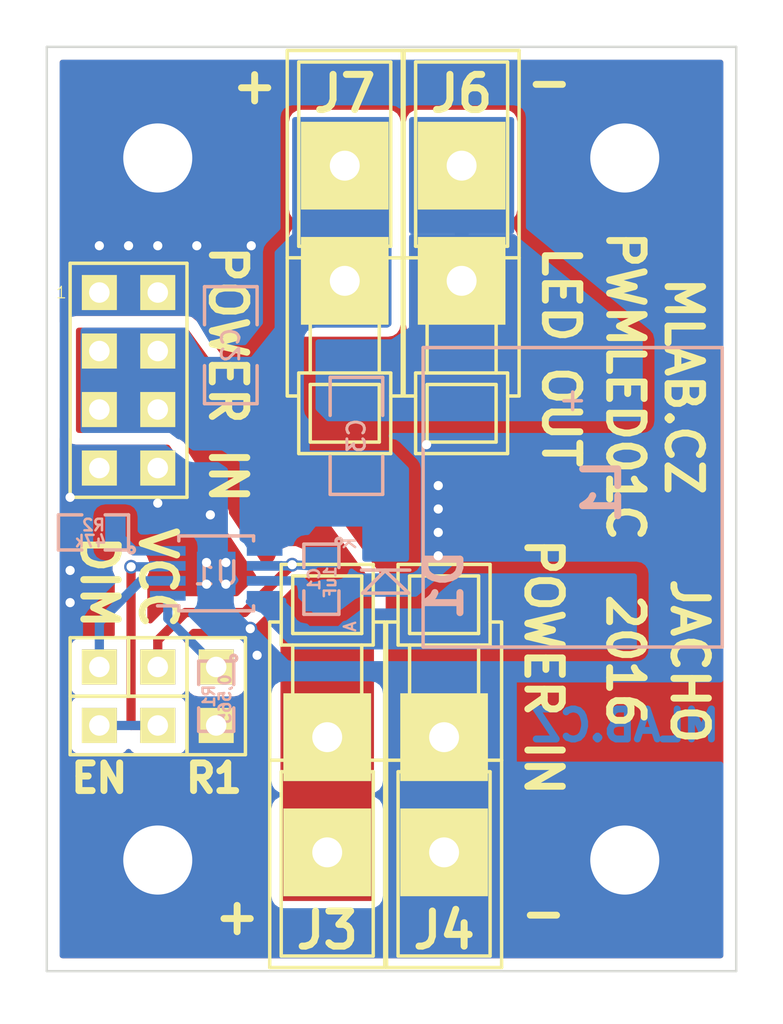
<source format=kicad_pcb>
(kicad_pcb (version 4) (host pcbnew 4.0.1-3.201512221401+6198~38~ubuntu15.10.1-stable)

  (general
    (links 43)
    (no_connects 0)
    (area 124.665999 66.753999 154.734001 106.982001)
    (thickness 1.6)
    (drawings 20)
    (tracks 98)
    (zones 0)
    (modules 21)
    (nets 10)
  )

  (page A4)
  (layers
    (0 F.Cu signal)
    (31 B.Cu signal)
    (32 B.Adhes user)
    (33 F.Adhes user)
    (34 B.Paste user)
    (35 F.Paste user)
    (36 B.SilkS user)
    (37 F.SilkS user)
    (38 B.Mask user)
    (39 F.Mask user)
    (40 Dwgs.User user)
    (41 Cmts.User user)
    (42 Eco1.User user)
    (43 Eco2.User user)
    (44 Edge.Cuts user)
    (45 Margin user)
    (46 B.CrtYd user)
    (47 F.CrtYd user)
    (48 B.Fab user)
    (49 F.Fab user)
  )

  (setup
    (last_trace_width 0.4)
    (user_trace_width 0.2)
    (user_trace_width 0.3)
    (user_trace_width 0.4)
    (user_trace_width 0.5)
    (user_trace_width 0.6)
    (trace_clearance 0.2)
    (zone_clearance 0.508)
    (zone_45_only yes)
    (trace_min 0.2)
    (segment_width 0.2)
    (edge_width 0.1)
    (via_size 0.6)
    (via_drill 0.4)
    (via_min_size 0.4)
    (via_min_drill 0.3)
    (uvia_size 0.3)
    (uvia_drill 0.1)
    (uvias_allowed no)
    (uvia_min_size 0.2)
    (uvia_min_drill 0.1)
    (pcb_text_width 0.3)
    (pcb_text_size 1.5 1.5)
    (mod_edge_width 0.15)
    (mod_text_size 1 1)
    (mod_text_width 0.15)
    (pad_size 1.5 1.5)
    (pad_drill 0.6)
    (pad_to_mask_clearance 0)
    (aux_axis_origin 0 0)
    (visible_elements 7FFFFF7F)
    (pcbplotparams
      (layerselection 0x010e0_80000001)
      (usegerberextensions false)
      (excludeedgelayer true)
      (linewidth 0.300000)
      (plotframeref false)
      (viasonmask false)
      (mode 1)
      (useauxorigin false)
      (hpglpennumber 1)
      (hpglpenspeed 20)
      (hpglpendiameter 15)
      (hpglpenoverlay 2)
      (psnegative false)
      (psa4output false)
      (plotreference true)
      (plotvalue true)
      (plotinvisibletext false)
      (padsonsilk false)
      (subtractmaskfromsilk false)
      (outputformat 1)
      (mirror false)
      (drillshape 0)
      (scaleselection 1)
      (outputdirectory ../CAM_PROFI/))
  )

  (net 0 "")
  (net 1 GND)
  (net 2 /+LED)
  (net 3 /-LED)
  (net 4 /DIM)
  (net 5 /EN)
  (net 6 "Net-(R2-Pad1)")
  (net 7 "Net-(D1-Pad1)")
  (net 8 /Vcc)
  (net 9 "Net-(J1-Pad2)")

  (net_class Default "Toto je výchozí třída sítě."
    (clearance 0.2)
    (trace_width 0.25)
    (via_dia 0.6)
    (via_drill 0.4)
    (uvia_dia 0.3)
    (uvia_drill 0.1)
    (add_net /+LED)
    (add_net /-LED)
    (add_net /DIM)
    (add_net /EN)
    (add_net /Vcc)
    (add_net GND)
    (add_net "Net-(D1-Pad1)")
    (add_net "Net-(J1-Pad2)")
    (add_net "Net-(R2-Pad1)")
  )

  (module Mlab_Pin_Headers:Straight_1x02 (layer F.Cu) (tedit 5535DB0D) (tstamp 564C390C)
    (at 128.27 96.266 90)
    (descr "pin header straight 1x02")
    (tags "pin header straight 1x02")
    (path /564C66D6)
    (fp_text reference J2 (at 0 -3.81 90) (layer F.SilkS) hide
      (effects (font (size 1.5 1.5) (thickness 0.15)))
    )
    (fp_text value JUMP_2x1 (at 0 3.81 90) (layer F.SilkS) hide
      (effects (font (size 1.5 1.5) (thickness 0.15)))
    )
    (fp_text user 1 (at -1.651 -1.27 90) (layer F.SilkS) hide
      (effects (font (size 0.5 0.5) (thickness 0.05)))
    )
    (fp_line (start -1.27 -2.54) (end 1.27 -2.54) (layer F.SilkS) (width 0.15))
    (fp_line (start 1.27 -2.54) (end 1.27 2.54) (layer F.SilkS) (width 0.15))
    (fp_line (start 1.27 2.54) (end -1.27 2.54) (layer F.SilkS) (width 0.15))
    (fp_line (start -1.27 2.54) (end -1.27 -2.54) (layer F.SilkS) (width 0.15))
    (pad 2 thru_hole rect (at 0 1.27 90) (size 1.524 1.524) (drill 0.889) (layers *.Cu *.Mask F.SilkS)
      (net 5 /EN))
    (pad 1 thru_hole rect (at 0 -1.27 90) (size 1.524 1.524) (drill 0.889) (layers *.Cu *.Mask F.SilkS)
      (net 5 /EN))
    (model Pin_Headers/Pin_Header_Straight_1x02.wrl
      (at (xyz 0 0 0))
      (scale (xyz 1 1 1))
      (rotate (xyz 0 0 90))
    )
  )

  (module Mlab_Pin_Headers:Straight_1x02 (layer F.Cu) (tedit 564C5FE2) (tstamp 564C3906)
    (at 132.08 94.996 180)
    (descr "pin header straight 1x02")
    (tags "pin header straight 1x02")
    (path /56891485)
    (fp_text reference J1 (at 0 -3.81 180) (layer F.SilkS) hide
      (effects (font (size 1.5 1.5) (thickness 0.15)))
    )
    (fp_text value CONN1_2 (at 0 3.81 180) (layer F.SilkS) hide
      (effects (font (size 1.5 1.5) (thickness 0.15)))
    )
    (fp_text user 1 (at -1.651 -1.27 180) (layer F.SilkS) hide
      (effects (font (size 0.5 0.5) (thickness 0.05)))
    )
    (fp_line (start -1.27 -2.54) (end 1.27 -2.54) (layer F.SilkS) (width 0.15))
    (fp_line (start 1.27 -2.54) (end 1.27 2.54) (layer F.SilkS) (width 0.15))
    (fp_line (start 1.27 2.54) (end -1.27 2.54) (layer F.SilkS) (width 0.15))
    (fp_line (start -1.27 2.54) (end -1.27 -2.54) (layer F.SilkS) (width 0.15))
    (pad 2 thru_hole rect (at 0 1.27 180) (size 1.524 1.524) (drill 0.889) (layers *.Cu *.Mask F.SilkS)
      (net 9 "Net-(J1-Pad2)"))
    (pad 1 thru_hole rect (at 0 -1.27 180) (size 1.524 1.524) (drill 0.889) (layers *.Cu *.Mask F.SilkS)
      (net 1 GND))
    (model Pin_Headers/Pin_Header_Straight_1x02.wrl
      (at (xyz 0 0 0))
      (scale (xyz 1 1 1))
      (rotate (xyz 0 0 90))
    )
  )

  (module Mlab_R:SMD-0805 (layer B.Cu) (tedit 54799E0C) (tstamp 564C38EE)
    (at 136.652 89.916 270)
    (path /564C23E1)
    (attr smd)
    (fp_text reference C1 (at 0 0.3175 270) (layer B.SilkS)
      (effects (font (size 0.50038 0.50038) (thickness 0.10922)) (justify mirror))
    )
    (fp_text value 1uF (at 0.127 -0.381 270) (layer B.SilkS)
      (effects (font (size 0.50038 0.50038) (thickness 0.10922)) (justify mirror))
    )
    (fp_circle (center -1.651 -0.762) (end -1.651 -0.635) (layer B.SilkS) (width 0.15))
    (fp_line (start -0.508 -0.762) (end -1.524 -0.762) (layer B.SilkS) (width 0.15))
    (fp_line (start -1.524 -0.762) (end -1.524 0.762) (layer B.SilkS) (width 0.15))
    (fp_line (start -1.524 0.762) (end -0.508 0.762) (layer B.SilkS) (width 0.15))
    (fp_line (start 0.508 0.762) (end 1.524 0.762) (layer B.SilkS) (width 0.15))
    (fp_line (start 1.524 0.762) (end 1.524 -0.762) (layer B.SilkS) (width 0.15))
    (fp_line (start 1.524 -0.762) (end 0.508 -0.762) (layer B.SilkS) (width 0.15))
    (pad 1 smd rect (at -0.9525 0 270) (size 0.889 1.397) (layers B.Cu B.Paste B.Mask)
      (net 8 /Vcc))
    (pad 2 smd rect (at 0.9525 0 270) (size 0.889 1.397) (layers B.Cu B.Paste B.Mask)
      (net 1 GND))
    (model MLAB_3D/Resistors/chip_cms.wrl
      (at (xyz 0 0 0))
      (scale (xyz 0.1 0.1 0.1))
      (rotate (xyz 0 0 0))
    )
  )

  (module Mlab_D:Diode-MiniMELF_Standard (layer B.Cu) (tedit 547999ED) (tstamp 564C3900)
    (at 139.446 90.17 90)
    (descr "Diode Mini-MELF Standard")
    (tags "Diode Mini-MELF Standard")
    (path /565F4596)
    (attr smd)
    (fp_text reference D1 (at 0 2.54 90) (layer B.SilkS)
      (effects (font (thickness 0.3048)) (justify mirror))
    )
    (fp_text value TMMBAT48 (at 0 -3.81 90) (layer B.SilkS) hide
      (effects (font (thickness 0.3048)) (justify mirror))
    )
    (fp_line (start 0.65024 -0.0508) (end -0.35052 1.00076) (layer B.SilkS) (width 0.15))
    (fp_line (start -0.35052 1.00076) (end -0.35052 -1.00076) (layer B.SilkS) (width 0.15))
    (fp_line (start -0.35052 -1.00076) (end 0.65024 0) (layer B.SilkS) (width 0.15))
    (fp_line (start 0.65024 1.04902) (end 0.65024 -1.04902) (layer B.SilkS) (width 0.15))
    (fp_text user A (at -1.80086 -1.5494 90) (layer B.SilkS)
      (effects (font (size 0.50038 0.50038) (thickness 0.09906)) (justify mirror))
    )
    (fp_text user K (at 1.80086 -1.5494 90) (layer B.SilkS)
      (effects (font (size 0.50038 0.50038) (thickness 0.09906)) (justify mirror))
    )
    (fp_circle (center 0 0) (end 0 -0.55118) (layer B.Adhes) (width 0.381))
    (fp_circle (center 0 0) (end 0 -0.20066) (layer B.Adhes) (width 0.381))
    (pad 1 smd rect (at -1.75006 0 90) (size 1.30048 1.69926) (layers B.Cu B.Paste B.Mask)
      (net 7 "Net-(D1-Pad1)"))
    (pad 2 smd rect (at 1.75006 0 90) (size 1.30048 1.69926) (layers B.Cu B.Paste B.Mask)
      (net 2 /+LED))
    (model MLAB_3D/Diodes/MiniMELF_DO213AA.wrl
      (at (xyz 0 0 0))
      (scale (xyz 0.3937 0.3937 0.3937))
      (rotate (xyz 0 0 0))
    )
  )

  (module Mlab_Con:WAGO256 (layer F.Cu) (tedit 564C6033) (tstamp 564C3912)
    (at 136.906 99.314 90)
    (descr "WAGO-Series 236, 2Stift, 1pol, RM 5mm,")
    (tags "WAGO-Series 236, 2Stift, 1pol, RM 5mm, Anreibare Leiterplattenklemme")
    (path /564C46DC)
    (fp_text reference J3 (at -5.842 0 360) (layer F.SilkS)
      (effects (font (thickness 0.3048)))
    )
    (fp_text value WAGO256 (at 0.254 4.064 90) (layer F.SilkS) hide
      (effects (font (thickness 0.3048)))
    )
    (fp_line (start 7.54 2.5) (end 7.54 2) (layer F.SilkS) (width 0.15))
    (fp_line (start 7.54 -2) (end 7.54 -2.5) (layer F.SilkS) (width 0.15))
    (fp_line (start 1.54 2.5001) (end 1.54 -2.5001) (layer F.SilkS) (width 0.15))
    (fp_line (start -7.46 2.5001) (end -7.46 -2.5001) (layer F.SilkS) (width 0.15))
    (fp_line (start 9.54 1.501) (end 9.54 -1.501) (layer F.SilkS) (width 0.15))
    (fp_line (start 7.0401 1.501) (end 7.0401 -1.501) (layer F.SilkS) (width 0.15))
    (fp_line (start 10.0401 -2) (end 10.0401 2) (layer F.SilkS) (width 0.15))
    (fp_line (start 6.54 -2) (end 6.54 2) (layer F.SilkS) (width 0.15))
    (fp_line (start 3.54 1.5001) (end 3.54 -1.5001) (layer F.SilkS) (width 0.15))
    (fp_line (start 1.0399 -2) (end 1.0399 2) (layer F.SilkS) (width 0.15))
    (fp_line (start -6.9601 2) (end -6.9601 -2) (layer F.SilkS) (width 0.15))
    (fp_line (start 1.0399 1) (end 1.54 1) (layer F.SilkS) (width 0.15))
    (fp_line (start 7.0401 1.5) (end 9.54 1.5) (layer F.SilkS) (width 0.15))
    (fp_line (start 6.54 2) (end 10.0401 2) (layer F.SilkS) (width 0.15))
    (fp_line (start 1.0399 -1) (end 1.54 -1) (layer F.SilkS) (width 0.15))
    (fp_line (start 7.0401 -1.5) (end 9.54 -1.5) (layer F.SilkS) (width 0.15))
    (fp_line (start 6.54 -2) (end 10.041 -2) (layer F.SilkS) (width 0.15))
    (fp_line (start 3.54 1.5) (end 6.54 1.5) (layer F.SilkS) (width 0.15))
    (fp_line (start -6.9601 2) (end 1.0399 2) (layer F.SilkS) (width 0.15))
    (fp_line (start 1.54 2.5) (end 7.54 2.5) (layer F.SilkS) (width 0.15))
    (fp_line (start 3.54 -1.5) (end 6.54 -1.5) (layer F.SilkS) (width 0.15))
    (fp_line (start -6.9601 -2) (end 1.0399 -2) (layer F.SilkS) (width 0.15))
    (fp_line (start 1.54 -2.5) (end 7.54 -2.5) (layer F.SilkS) (width 0.15))
    (fp_line (start 1.54 2.5) (end -7.46 2.5) (layer F.SilkS) (width 0.15))
    (fp_line (start -7.46 -2.5) (end 1.54 -2.5) (layer F.SilkS) (width 0.15))
    (pad 1 thru_hole rect (at -2.46 0 180) (size 3.81 3.81) (drill 1.3) (layers *.Cu *.Mask F.SilkS)
      (net 2 /+LED))
    (pad 1 thru_hole rect (at 2.54 0 180) (size 3.81 3.81) (drill 1.3) (layers *.Cu *.Mask F.SilkS)
      (net 2 /+LED))
  )

  (module Mlab_Con:WAGO256 (layer F.Cu) (tedit 564C6037) (tstamp 564C3918)
    (at 141.986 99.314 90)
    (descr "WAGO-Series 236, 2Stift, 1pol, RM 5mm,")
    (tags "WAGO-Series 236, 2Stift, 1pol, RM 5mm, Anreibare Leiterplattenklemme")
    (path /564C45D7)
    (fp_text reference J4 (at -5.842 0 180) (layer F.SilkS)
      (effects (font (thickness 0.3048)))
    )
    (fp_text value WAGO256 (at 0.254 4.064 90) (layer F.SilkS) hide
      (effects (font (thickness 0.3048)))
    )
    (fp_line (start 7.54 2.5) (end 7.54 2) (layer F.SilkS) (width 0.15))
    (fp_line (start 7.54 -2) (end 7.54 -2.5) (layer F.SilkS) (width 0.15))
    (fp_line (start 1.54 2.5001) (end 1.54 -2.5001) (layer F.SilkS) (width 0.15))
    (fp_line (start -7.46 2.5001) (end -7.46 -2.5001) (layer F.SilkS) (width 0.15))
    (fp_line (start 9.54 1.501) (end 9.54 -1.501) (layer F.SilkS) (width 0.15))
    (fp_line (start 7.0401 1.501) (end 7.0401 -1.501) (layer F.SilkS) (width 0.15))
    (fp_line (start 10.0401 -2) (end 10.0401 2) (layer F.SilkS) (width 0.15))
    (fp_line (start 6.54 -2) (end 6.54 2) (layer F.SilkS) (width 0.15))
    (fp_line (start 3.54 1.5001) (end 3.54 -1.5001) (layer F.SilkS) (width 0.15))
    (fp_line (start 1.0399 -2) (end 1.0399 2) (layer F.SilkS) (width 0.15))
    (fp_line (start -6.9601 2) (end -6.9601 -2) (layer F.SilkS) (width 0.15))
    (fp_line (start 1.0399 1) (end 1.54 1) (layer F.SilkS) (width 0.15))
    (fp_line (start 7.0401 1.5) (end 9.54 1.5) (layer F.SilkS) (width 0.15))
    (fp_line (start 6.54 2) (end 10.0401 2) (layer F.SilkS) (width 0.15))
    (fp_line (start 1.0399 -1) (end 1.54 -1) (layer F.SilkS) (width 0.15))
    (fp_line (start 7.0401 -1.5) (end 9.54 -1.5) (layer F.SilkS) (width 0.15))
    (fp_line (start 6.54 -2) (end 10.041 -2) (layer F.SilkS) (width 0.15))
    (fp_line (start 3.54 1.5) (end 6.54 1.5) (layer F.SilkS) (width 0.15))
    (fp_line (start -6.9601 2) (end 1.0399 2) (layer F.SilkS) (width 0.15))
    (fp_line (start 1.54 2.5) (end 7.54 2.5) (layer F.SilkS) (width 0.15))
    (fp_line (start 3.54 -1.5) (end 6.54 -1.5) (layer F.SilkS) (width 0.15))
    (fp_line (start -6.9601 -2) (end 1.0399 -2) (layer F.SilkS) (width 0.15))
    (fp_line (start 1.54 -2.5) (end 7.54 -2.5) (layer F.SilkS) (width 0.15))
    (fp_line (start 1.54 2.5) (end -7.46 2.5) (layer F.SilkS) (width 0.15))
    (fp_line (start -7.46 -2.5) (end 1.54 -2.5) (layer F.SilkS) (width 0.15))
    (pad 1 thru_hole rect (at -2.46 0 180) (size 3.81 3.81) (drill 1.3) (layers *.Cu *.Mask F.SilkS)
      (net 1 GND))
    (pad 1 thru_hole rect (at 2.54 0 180) (size 3.81 3.81) (drill 1.3) (layers *.Cu *.Mask F.SilkS)
      (net 1 GND))
  )

  (module Mlab_Pin_Headers:Straight_2x04 (layer F.Cu) (tedit 5535DB57) (tstamp 564C3924)
    (at 128.27 81.28)
    (descr "pin header straight 2x04")
    (tags "pin header straight 2x04")
    (path /564C472F)
    (fp_text reference J5 (at 0 -6.35) (layer F.SilkS) hide
      (effects (font (size 1.5 1.5) (thickness 0.15)))
    )
    (fp_text value JUMP_4X2 (at 0 6.35) (layer F.SilkS) hide
      (effects (font (size 1.5 1.5) (thickness 0.15)))
    )
    (fp_text user 1 (at -2.921 -3.81) (layer F.SilkS)
      (effects (font (size 0.5 0.5) (thickness 0.05)))
    )
    (fp_line (start -2.54 -5.08) (end 2.54 -5.08) (layer F.SilkS) (width 0.15))
    (fp_line (start 2.54 -5.08) (end 2.54 5.08) (layer F.SilkS) (width 0.15))
    (fp_line (start 2.54 5.08) (end -2.54 5.08) (layer F.SilkS) (width 0.15))
    (fp_line (start -2.54 5.08) (end -2.54 -5.08) (layer F.SilkS) (width 0.15))
    (pad 1 thru_hole rect (at -1.27 -3.81) (size 1.524 1.524) (drill 0.889) (layers *.Cu *.Mask F.SilkS)
      (net 1 GND))
    (pad 2 thru_hole rect (at 1.27 -3.81) (size 1.524 1.524) (drill 0.889) (layers *.Cu *.Mask F.SilkS)
      (net 1 GND))
    (pad 3 thru_hole rect (at -1.27 -1.27) (size 1.524 1.524) (drill 0.889) (layers *.Cu *.Mask F.SilkS)
      (net 2 /+LED))
    (pad 4 thru_hole rect (at 1.27 -1.27) (size 1.524 1.524) (drill 0.889) (layers *.Cu *.Mask F.SilkS)
      (net 2 /+LED))
    (pad 5 thru_hole rect (at -1.27 1.27) (size 1.524 1.524) (drill 0.889) (layers *.Cu *.Mask F.SilkS)
      (net 2 /+LED))
    (pad 6 thru_hole rect (at 1.27 1.27) (size 1.524 1.524) (drill 0.889) (layers *.Cu *.Mask F.SilkS)
      (net 2 /+LED))
    (pad 7 thru_hole rect (at -1.27 3.81) (size 1.524 1.524) (drill 0.889) (layers *.Cu *.Mask F.SilkS)
      (net 1 GND))
    (pad 8 thru_hole rect (at 1.27 3.81) (size 1.524 1.524) (drill 0.889) (layers *.Cu *.Mask F.SilkS)
      (net 1 GND))
    (model Pin_Headers/Pin_Header_Straight_2x04.wrl
      (at (xyz 0 0 0))
      (scale (xyz 1 1 1))
      (rotate (xyz 0 0 90))
    )
  )

  (module Mlab_Con:WAGO256 (layer F.Cu) (tedit 564C6021) (tstamp 564C392A)
    (at 142.748 74.422 270)
    (descr "WAGO-Series 236, 2Stift, 1pol, RM 5mm,")
    (tags "WAGO-Series 236, 2Stift, 1pol, RM 5mm, Anreibare Leiterplattenklemme")
    (path /564C6DCF)
    (fp_text reference J6 (at -5.588 0 540) (layer F.SilkS)
      (effects (font (thickness 0.3048)))
    )
    (fp_text value WAGO256 (at 0.254 4.064 270) (layer F.SilkS) hide
      (effects (font (thickness 0.3048)))
    )
    (fp_line (start 7.54 2.5) (end 7.54 2) (layer F.SilkS) (width 0.15))
    (fp_line (start 7.54 -2) (end 7.54 -2.5) (layer F.SilkS) (width 0.15))
    (fp_line (start 1.54 2.5001) (end 1.54 -2.5001) (layer F.SilkS) (width 0.15))
    (fp_line (start -7.46 2.5001) (end -7.46 -2.5001) (layer F.SilkS) (width 0.15))
    (fp_line (start 9.54 1.501) (end 9.54 -1.501) (layer F.SilkS) (width 0.15))
    (fp_line (start 7.0401 1.501) (end 7.0401 -1.501) (layer F.SilkS) (width 0.15))
    (fp_line (start 10.0401 -2) (end 10.0401 2) (layer F.SilkS) (width 0.15))
    (fp_line (start 6.54 -2) (end 6.54 2) (layer F.SilkS) (width 0.15))
    (fp_line (start 3.54 1.5001) (end 3.54 -1.5001) (layer F.SilkS) (width 0.15))
    (fp_line (start 1.0399 -2) (end 1.0399 2) (layer F.SilkS) (width 0.15))
    (fp_line (start -6.9601 2) (end -6.9601 -2) (layer F.SilkS) (width 0.15))
    (fp_line (start 1.0399 1) (end 1.54 1) (layer F.SilkS) (width 0.15))
    (fp_line (start 7.0401 1.5) (end 9.54 1.5) (layer F.SilkS) (width 0.15))
    (fp_line (start 6.54 2) (end 10.0401 2) (layer F.SilkS) (width 0.15))
    (fp_line (start 1.0399 -1) (end 1.54 -1) (layer F.SilkS) (width 0.15))
    (fp_line (start 7.0401 -1.5) (end 9.54 -1.5) (layer F.SilkS) (width 0.15))
    (fp_line (start 6.54 -2) (end 10.041 -2) (layer F.SilkS) (width 0.15))
    (fp_line (start 3.54 1.5) (end 6.54 1.5) (layer F.SilkS) (width 0.15))
    (fp_line (start -6.9601 2) (end 1.0399 2) (layer F.SilkS) (width 0.15))
    (fp_line (start 1.54 2.5) (end 7.54 2.5) (layer F.SilkS) (width 0.15))
    (fp_line (start 3.54 -1.5) (end 6.54 -1.5) (layer F.SilkS) (width 0.15))
    (fp_line (start -6.9601 -2) (end 1.0399 -2) (layer F.SilkS) (width 0.15))
    (fp_line (start 1.54 -2.5) (end 7.54 -2.5) (layer F.SilkS) (width 0.15))
    (fp_line (start 1.54 2.5) (end -7.46 2.5) (layer F.SilkS) (width 0.15))
    (fp_line (start -7.46 -2.5) (end 1.54 -2.5) (layer F.SilkS) (width 0.15))
    (pad 1 thru_hole rect (at -2.46 0) (size 3.81 3.81) (drill 1.3) (layers *.Cu *.Mask F.SilkS)
      (net 3 /-LED))
    (pad 1 thru_hole rect (at 2.54 0) (size 3.81 3.81) (drill 1.3) (layers *.Cu *.Mask F.SilkS)
      (net 3 /-LED))
  )

  (module Mlab_Con:WAGO256 (layer F.Cu) (tedit 564C6017) (tstamp 564C3930)
    (at 137.668 74.422 270)
    (descr "WAGO-Series 236, 2Stift, 1pol, RM 5mm,")
    (tags "WAGO-Series 236, 2Stift, 1pol, RM 5mm, Anreibare Leiterplattenklemme")
    (path /564C7D80)
    (fp_text reference J7 (at -5.588 0 360) (layer F.SilkS)
      (effects (font (thickness 0.3048)))
    )
    (fp_text value WAGO256 (at 0.254 4.064 270) (layer F.SilkS) hide
      (effects (font (thickness 0.3048)))
    )
    (fp_line (start 7.54 2.5) (end 7.54 2) (layer F.SilkS) (width 0.15))
    (fp_line (start 7.54 -2) (end 7.54 -2.5) (layer F.SilkS) (width 0.15))
    (fp_line (start 1.54 2.5001) (end 1.54 -2.5001) (layer F.SilkS) (width 0.15))
    (fp_line (start -7.46 2.5001) (end -7.46 -2.5001) (layer F.SilkS) (width 0.15))
    (fp_line (start 9.54 1.501) (end 9.54 -1.501) (layer F.SilkS) (width 0.15))
    (fp_line (start 7.0401 1.501) (end 7.0401 -1.501) (layer F.SilkS) (width 0.15))
    (fp_line (start 10.0401 -2) (end 10.0401 2) (layer F.SilkS) (width 0.15))
    (fp_line (start 6.54 -2) (end 6.54 2) (layer F.SilkS) (width 0.15))
    (fp_line (start 3.54 1.5001) (end 3.54 -1.5001) (layer F.SilkS) (width 0.15))
    (fp_line (start 1.0399 -2) (end 1.0399 2) (layer F.SilkS) (width 0.15))
    (fp_line (start -6.9601 2) (end -6.9601 -2) (layer F.SilkS) (width 0.15))
    (fp_line (start 1.0399 1) (end 1.54 1) (layer F.SilkS) (width 0.15))
    (fp_line (start 7.0401 1.5) (end 9.54 1.5) (layer F.SilkS) (width 0.15))
    (fp_line (start 6.54 2) (end 10.0401 2) (layer F.SilkS) (width 0.15))
    (fp_line (start 1.0399 -1) (end 1.54 -1) (layer F.SilkS) (width 0.15))
    (fp_line (start 7.0401 -1.5) (end 9.54 -1.5) (layer F.SilkS) (width 0.15))
    (fp_line (start 6.54 -2) (end 10.041 -2) (layer F.SilkS) (width 0.15))
    (fp_line (start 3.54 1.5) (end 6.54 1.5) (layer F.SilkS) (width 0.15))
    (fp_line (start -6.9601 2) (end 1.0399 2) (layer F.SilkS) (width 0.15))
    (fp_line (start 1.54 2.5) (end 7.54 2.5) (layer F.SilkS) (width 0.15))
    (fp_line (start 3.54 -1.5) (end 6.54 -1.5) (layer F.SilkS) (width 0.15))
    (fp_line (start -6.9601 -2) (end 1.0399 -2) (layer F.SilkS) (width 0.15))
    (fp_line (start 1.54 -2.5) (end 7.54 -2.5) (layer F.SilkS) (width 0.15))
    (fp_line (start 1.54 2.5) (end -7.46 2.5) (layer F.SilkS) (width 0.15))
    (fp_line (start -7.46 -2.5) (end 1.54 -2.5) (layer F.SilkS) (width 0.15))
    (pad 1 thru_hole rect (at -2.46 0) (size 3.81 3.81) (drill 1.3) (layers *.Cu *.Mask F.SilkS)
      (net 2 /+LED))
    (pad 1 thru_hole rect (at 2.54 0) (size 3.81 3.81) (drill 1.3) (layers *.Cu *.Mask F.SilkS)
      (net 2 /+LED))
  )

  (module Mlab_L:DE1205-10 (layer B.Cu) (tedit 564C61C4) (tstamp 564C3936)
    (at 147.574 86.36 90)
    (descr "SMT capacitor, aluminium electrolytic, 10x10.5")
    (path /564C22DA)
    (fp_text reference L1 (at 0.254 1.27 90) (layer B.SilkS)
      (effects (font (thickness 0.3048)) (justify mirror))
    )
    (fp_text value "DE1207-22 (22uH)" (at 0 -5.842 90) (layer B.SilkS) hide
      (effects (font (size 0.50038 0.50038) (thickness 0.11938)) (justify mirror))
    )
    (fp_line (start -6.5 6.5) (end -6.5 -6.5) (layer B.SilkS) (width 0.15))
    (fp_line (start -6.5 -6.5) (end 6.5 -6.5) (layer B.SilkS) (width 0.15))
    (fp_line (start 6.5 -6.5) (end 6.5 6.5) (layer B.SilkS) (width 0.15))
    (fp_line (start 6.5 6.5) (end -6.5 6.5) (layer B.SilkS) (width 0.15))
    (fp_line (start 4.572 0) (end 3.81 0) (layer B.SilkS) (width 0.15))
    (fp_line (start 4.191 0.381) (end 4.191 -0.381) (layer B.SilkS) (width 0.15))
    (pad 1 smd rect (at 5 0 90) (size 3 5.5) (layers B.Cu B.Paste B.Mask)
      (net 3 /-LED))
    (pad 2 smd rect (at -5 0 90) (size 3 5.5) (layers B.Cu B.Paste B.Mask)
      (net 7 "Net-(D1-Pad1)"))
    (model Capacitors_SMD/c_elec_10x10_5.wrl
      (at (xyz 0 0 0))
      (scale (xyz 1 1 1))
      (rotate (xyz 0 0 0))
    )
  )

  (module Mlab_Mechanical:MountingHole_3mm placed (layer F.Cu) (tedit 5535DB2C) (tstamp 564C393B)
    (at 149.84 102.108)
    (descr "Mounting hole, Befestigungsbohrung, 3mm, No Annular, Kein Restring,")
    (tags "Mounting hole, Befestigungsbohrung, 3mm, No Annular, Kein Restring,")
    (path /564C252E)
    (fp_text reference P1 (at 0 -4.191) (layer F.SilkS) hide
      (effects (font (thickness 0.3048)))
    )
    (fp_text value M3 (at 0 4.191) (layer F.SilkS) hide
      (effects (font (thickness 0.3048)))
    )
    (fp_circle (center 0 0) (end 2.99974 0) (layer Cmts.User) (width 0.381))
    (pad 1 thru_hole circle (at 0 0) (size 6 6) (drill 3) (layers *.Cu *.Adhes *.Mask)
      (net 1 GND) (clearance 1) (zone_connect 2))
  )

  (module Mlab_Mechanical:MountingHole_3mm placed (layer F.Cu) (tedit 5535DB2C) (tstamp 564C3940)
    (at 149.84 71.628)
    (descr "Mounting hole, Befestigungsbohrung, 3mm, No Annular, Kein Restring,")
    (tags "Mounting hole, Befestigungsbohrung, 3mm, No Annular, Kein Restring,")
    (path /564CD7AE)
    (fp_text reference P2 (at 0 -4.191) (layer F.SilkS) hide
      (effects (font (thickness 0.3048)))
    )
    (fp_text value M3 (at 0 4.191) (layer F.SilkS) hide
      (effects (font (thickness 0.3048)))
    )
    (fp_circle (center 0 0) (end 2.99974 0) (layer Cmts.User) (width 0.381))
    (pad 1 thru_hole circle (at 0 0) (size 6 6) (drill 3) (layers *.Cu *.Adhes *.Mask)
      (net 1 GND) (clearance 1) (zone_connect 2))
  )

  (module Mlab_Mechanical:MountingHole_3mm placed (layer F.Cu) (tedit 5535DB2C) (tstamp 564C3945)
    (at 129.54 71.628)
    (descr "Mounting hole, Befestigungsbohrung, 3mm, No Annular, Kein Restring,")
    (tags "Mounting hole, Befestigungsbohrung, 3mm, No Annular, Kein Restring,")
    (path /564CD84E)
    (fp_text reference P3 (at 0 -4.191) (layer F.SilkS) hide
      (effects (font (thickness 0.3048)))
    )
    (fp_text value M3 (at 0 4.191) (layer F.SilkS) hide
      (effects (font (thickness 0.3048)))
    )
    (fp_circle (center 0 0) (end 2.99974 0) (layer Cmts.User) (width 0.381))
    (pad 1 thru_hole circle (at 0 0) (size 6 6) (drill 3) (layers *.Cu *.Adhes *.Mask)
      (net 1 GND) (clearance 1) (zone_connect 2))
  )

  (module Mlab_Mechanical:MountingHole_3mm placed (layer F.Cu) (tedit 5535DB2C) (tstamp 564C394A)
    (at 129.54 102.108)
    (descr "Mounting hole, Befestigungsbohrung, 3mm, No Annular, Kein Restring,")
    (tags "Mounting hole, Befestigungsbohrung, 3mm, No Annular, Kein Restring,")
    (path /564CD8D0)
    (fp_text reference P4 (at 0 -4.191) (layer F.SilkS) hide
      (effects (font (thickness 0.3048)))
    )
    (fp_text value M3 (at 0 4.191) (layer F.SilkS) hide
      (effects (font (thickness 0.3048)))
    )
    (fp_circle (center 0 0) (end 2.99974 0) (layer Cmts.User) (width 0.381))
    (pad 1 thru_hole circle (at 0 0) (size 6 6) (drill 3) (layers *.Cu *.Adhes *.Mask)
      (net 1 GND) (clearance 1) (zone_connect 2))
  )

  (module Mlab_R:SMD-0805 (layer B.Cu) (tedit 54799E0C) (tstamp 564C3950)
    (at 132.08 94.996 270)
    (path /564C2218)
    (attr smd)
    (fp_text reference R1 (at 0 0.3175 270) (layer B.SilkS)
      (effects (font (size 0.50038 0.50038) (thickness 0.10922)) (justify mirror))
    )
    (fp_text value 0,565 (at 0.127 -0.381 270) (layer B.SilkS)
      (effects (font (size 0.50038 0.50038) (thickness 0.10922)) (justify mirror))
    )
    (fp_circle (center -1.651 -0.762) (end -1.651 -0.635) (layer B.SilkS) (width 0.15))
    (fp_line (start -0.508 -0.762) (end -1.524 -0.762) (layer B.SilkS) (width 0.15))
    (fp_line (start -1.524 -0.762) (end -1.524 0.762) (layer B.SilkS) (width 0.15))
    (fp_line (start -1.524 0.762) (end -0.508 0.762) (layer B.SilkS) (width 0.15))
    (fp_line (start 0.508 0.762) (end 1.524 0.762) (layer B.SilkS) (width 0.15))
    (fp_line (start 1.524 0.762) (end 1.524 -0.762) (layer B.SilkS) (width 0.15))
    (fp_line (start 1.524 -0.762) (end 0.508 -0.762) (layer B.SilkS) (width 0.15))
    (pad 1 smd rect (at -0.9525 0 270) (size 0.889 1.397) (layers B.Cu B.Paste B.Mask)
      (net 9 "Net-(J1-Pad2)"))
    (pad 2 smd rect (at 0.9525 0 270) (size 0.889 1.397) (layers B.Cu B.Paste B.Mask)
      (net 1 GND))
    (model MLAB_3D/Resistors/chip_cms.wrl
      (at (xyz 0 0 0))
      (scale (xyz 0.1 0.1 0.1))
      (rotate (xyz 0 0 0))
    )
  )

  (module Mlab_R:SMD-0805 (layer B.Cu) (tedit 54799E0C) (tstamp 564C3956)
    (at 126.746 87.884 180)
    (path /564C555E)
    (attr smd)
    (fp_text reference R2 (at 0 0.3175 180) (layer B.SilkS)
      (effects (font (size 0.50038 0.50038) (thickness 0.10922)) (justify mirror))
    )
    (fp_text value 47k (at 0.127 -0.381 180) (layer B.SilkS)
      (effects (font (size 0.50038 0.50038) (thickness 0.10922)) (justify mirror))
    )
    (fp_circle (center -1.651 -0.762) (end -1.651 -0.635) (layer B.SilkS) (width 0.15))
    (fp_line (start -0.508 -0.762) (end -1.524 -0.762) (layer B.SilkS) (width 0.15))
    (fp_line (start -1.524 -0.762) (end -1.524 0.762) (layer B.SilkS) (width 0.15))
    (fp_line (start -1.524 0.762) (end -0.508 0.762) (layer B.SilkS) (width 0.15))
    (fp_line (start 0.508 0.762) (end 1.524 0.762) (layer B.SilkS) (width 0.15))
    (fp_line (start 1.524 0.762) (end 1.524 -0.762) (layer B.SilkS) (width 0.15))
    (fp_line (start 1.524 -0.762) (end 0.508 -0.762) (layer B.SilkS) (width 0.15))
    (pad 1 smd rect (at -0.9525 0 180) (size 0.889 1.397) (layers B.Cu B.Paste B.Mask)
      (net 6 "Net-(R2-Pad1)"))
    (pad 2 smd rect (at 0.9525 0 180) (size 0.889 1.397) (layers B.Cu B.Paste B.Mask)
      (net 1 GND))
    (model MLAB_3D/Resistors/chip_cms.wrl
      (at (xyz 0 0 0))
      (scale (xyz 0.1 0.1 0.1))
      (rotate (xyz 0 0 0))
    )
  )

  (module Mlab_IO:MSOP-8-1EP_3x3mm_Pitch0.65mm placed (layer B.Cu) (tedit 564C617D) (tstamp 564C3966)
    (at 132.08 89.662)
    (descr "MS8E Package; 8-Lead Plastic MSOP, Exposed Die Pad (see Linear Technology 05081662_K_MS8E.pdf)")
    (tags "SSOP 0.65")
    (path /564C4B7F)
    (attr smd)
    (fp_text reference U1 (at 0 0) (layer B.SilkS)
      (effects (font (size 1 1) (thickness 0.15)) (justify mirror))
    )
    (fp_text value LM3407 (at 0 -2.55) (layer B.Fab) hide
      (effects (font (size 1 1) (thickness 0.15)) (justify mirror))
    )
    (fp_line (start -2.8 1.8) (end -2.8 -1.8) (layer B.CrtYd) (width 0.05))
    (fp_line (start 2.8 1.8) (end 2.8 -1.8) (layer B.CrtYd) (width 0.05))
    (fp_line (start -2.8 1.8) (end 2.8 1.8) (layer B.CrtYd) (width 0.05))
    (fp_line (start -2.8 -1.8) (end 2.8 -1.8) (layer B.CrtYd) (width 0.05))
    (fp_line (start -1.625 1.625) (end -1.625 1.41) (layer B.SilkS) (width 0.15))
    (fp_line (start 1.625 1.625) (end 1.625 1.41) (layer B.SilkS) (width 0.15))
    (fp_line (start 1.625 -1.625) (end 1.625 -1.41) (layer B.SilkS) (width 0.15))
    (fp_line (start -1.625 -1.625) (end -1.625 -1.41) (layer B.SilkS) (width 0.15))
    (fp_line (start -1.625 1.625) (end 1.625 1.625) (layer B.SilkS) (width 0.15))
    (fp_line (start -1.625 -1.625) (end 1.625 -1.625) (layer B.SilkS) (width 0.15))
    (fp_line (start -1.625 1.41) (end -2.55 1.41) (layer B.SilkS) (width 0.15))
    (pad 1 smd rect (at -2.105 0.975) (size 1.55 0.42) (layers B.Cu B.Paste B.Mask)
      (net 9 "Net-(J1-Pad2)"))
    (pad 2 smd rect (at -2.105 0.325) (size 1.55 0.42) (layers B.Cu B.Paste B.Mask)
      (net 4 /DIM))
    (pad 3 smd rect (at -2.105 -0.325) (size 1.55 0.42) (layers B.Cu B.Paste B.Mask)
      (net 5 /EN))
    (pad 4 smd rect (at -2.105 -0.975) (size 1.55 0.42) (layers B.Cu B.Paste B.Mask)
      (net 6 "Net-(R2-Pad1)"))
    (pad 5 smd rect (at 2.105 -0.975) (size 1.55 0.42) (layers B.Cu B.Paste B.Mask)
      (net 2 /+LED))
    (pad 6 smd rect (at 2.105 -0.325) (size 1.55 0.42) (layers B.Cu B.Paste B.Mask)
      (net 8 /Vcc))
    (pad 7 smd rect (at 2.105 0.325) (size 1.55 0.42) (layers B.Cu B.Paste B.Mask)
      (net 1 GND))
    (pad 8 smd rect (at 2.105 0.975) (size 1.55 0.42) (layers B.Cu B.Paste B.Mask)
      (net 7 "Net-(D1-Pad1)"))
    (pad 9 smd rect (at 0.42 -0.47) (size 0.84 0.94) (layers B.Cu B.Paste B.Mask)
      (net 1 GND) (solder_paste_margin_ratio -0.2))
    (pad 9 smd rect (at 0.42 0.47) (size 0.84 0.94) (layers B.Cu B.Paste B.Mask)
      (net 1 GND) (solder_paste_margin_ratio -0.2))
    (pad 9 smd rect (at -0.42 -0.47) (size 0.84 0.94) (layers B.Cu B.Paste B.Mask)
      (net 1 GND) (solder_paste_margin_ratio -0.2))
    (pad 9 smd rect (at -0.42 0.47) (size 0.84 0.94) (layers B.Cu B.Paste B.Mask)
      (net 1 GND) (solder_paste_margin_ratio -0.2))
    (model Housings_SSOP.3dshapes/MSOP-8-1EP_3x3mm_Pitch0.65mm.wrl
      (at (xyz 0 0 0))
      (scale (xyz 1 1 1))
      (rotate (xyz 0 0 0))
    )
  )

  (module Mlab_Pin_Headers:Straight_1x01 (layer F.Cu) (tedit 568903F1) (tstamp 568902CA)
    (at 129.54 93.726)
    (descr "pin header straight 1x01")
    (tags "pin header straight 1x01")
    (path /5689275D)
    (fp_text reference J8 (at 0 -2.54) (layer F.SilkS) hide
      (effects (font (size 1.5 1.5) (thickness 0.15)))
    )
    (fp_text value CONN1_1 (at 0 2.54) (layer F.SilkS) hide
      (effects (font (size 1.5 1.5) (thickness 0.15)))
    )
    (fp_text user 1 (at -1.651 0) (layer F.SilkS) hide
      (effects (font (size 0.5 0.5) (thickness 0.05)))
    )
    (fp_line (start -1.27 -1.27) (end 1.27 -1.27) (layer F.SilkS) (width 0.15))
    (fp_line (start 1.27 -1.27) (end 1.27 1.27) (layer F.SilkS) (width 0.15))
    (fp_line (start 1.27 1.27) (end -1.27 1.27) (layer F.SilkS) (width 0.15))
    (fp_line (start -1.27 1.27) (end -1.27 -1.27) (layer F.SilkS) (width 0.15))
    (pad 1 thru_hole rect (at 0 0) (size 1.524 1.524) (drill 0.889) (layers *.Cu *.Mask F.SilkS)
      (net 8 /Vcc))
    (model Pin_Headers/Pin_Header_Straight_1x01.wrl
      (at (xyz 0 0 0))
      (scale (xyz 1 1 1))
      (rotate (xyz 0 0 90))
    )
  )

  (module Mlab_Pin_Headers:Straight_1x01 (layer F.Cu) (tedit 568903F6) (tstamp 568902CF)
    (at 127 93.726)
    (descr "pin header straight 1x01")
    (tags "pin header straight 1x01")
    (path /568925CE)
    (fp_text reference J9 (at 0 -2.54) (layer F.SilkS) hide
      (effects (font (size 1.5 1.5) (thickness 0.15)))
    )
    (fp_text value CONN1_1 (at 0 2.54) (layer F.SilkS) hide
      (effects (font (size 1.5 1.5) (thickness 0.15)))
    )
    (fp_text user 1 (at -1.651 0) (layer F.SilkS) hide
      (effects (font (size 0.5 0.5) (thickness 0.05)))
    )
    (fp_line (start -1.27 -1.27) (end 1.27 -1.27) (layer F.SilkS) (width 0.15))
    (fp_line (start 1.27 -1.27) (end 1.27 1.27) (layer F.SilkS) (width 0.15))
    (fp_line (start 1.27 1.27) (end -1.27 1.27) (layer F.SilkS) (width 0.15))
    (fp_line (start -1.27 1.27) (end -1.27 -1.27) (layer F.SilkS) (width 0.15))
    (pad 1 thru_hole rect (at 0 0) (size 1.524 1.524) (drill 0.889) (layers *.Cu *.Mask F.SilkS)
      (net 4 /DIM))
    (model Pin_Headers/Pin_Header_Straight_1x01.wrl
      (at (xyz 0 0 0))
      (scale (xyz 1 1 1))
      (rotate (xyz 0 0 90))
    )
  )

  (module Mlab_R:SMD-1206 (layer B.Cu) (tedit 54799957) (tstamp 56890399)
    (at 132.715 79.756 90)
    (path /5689074F)
    (attr smd)
    (fp_text reference C2 (at 0 0 90) (layer B.SilkS)
      (effects (font (size 0.762 0.762) (thickness 0.127)) (justify mirror))
    )
    (fp_text value 4,7uF/50V (at 0 0.127 90) (layer B.SilkS) hide
      (effects (font (size 0.762 0.762) (thickness 0.127)) (justify mirror))
    )
    (fp_line (start -2.54 1.143) (end -2.54 -1.143) (layer B.SilkS) (width 0.15))
    (fp_line (start -2.54 -1.143) (end -0.889 -1.143) (layer B.SilkS) (width 0.15))
    (fp_line (start 0.889 1.143) (end 2.54 1.143) (layer B.SilkS) (width 0.15))
    (fp_line (start 2.54 1.143) (end 2.54 -1.143) (layer B.SilkS) (width 0.15))
    (fp_line (start 2.54 -1.143) (end 0.889 -1.143) (layer B.SilkS) (width 0.15))
    (fp_line (start -0.889 1.143) (end -2.54 1.143) (layer B.SilkS) (width 0.15))
    (pad 1 smd rect (at -1.651 0 90) (size 1.524 2.032) (layers B.Cu B.Paste B.Mask)
      (net 2 /+LED))
    (pad 2 smd rect (at 1.651 0 90) (size 1.524 2.032) (layers B.Cu B.Paste B.Mask)
      (net 1 GND))
    (model MLAB_3D/Resistors/r_1206.wrl
      (at (xyz 0 0 0))
      (scale (xyz 1 1 1))
      (rotate (xyz 0 0 0))
    )
  )

  (module Mlab_R:SMD-1206 (layer B.Cu) (tedit 54799957) (tstamp 5689039F)
    (at 138.176 83.693 270)
    (path /56890C0D)
    (attr smd)
    (fp_text reference C3 (at 0 0 270) (layer B.SilkS)
      (effects (font (size 0.762 0.762) (thickness 0.127)) (justify mirror))
    )
    (fp_text value 4,7uF/50V (at 0 0.127 270) (layer B.SilkS) hide
      (effects (font (size 0.762 0.762) (thickness 0.127)) (justify mirror))
    )
    (fp_line (start -2.54 1.143) (end -2.54 -1.143) (layer B.SilkS) (width 0.15))
    (fp_line (start -2.54 -1.143) (end -0.889 -1.143) (layer B.SilkS) (width 0.15))
    (fp_line (start 0.889 1.143) (end 2.54 1.143) (layer B.SilkS) (width 0.15))
    (fp_line (start 2.54 1.143) (end 2.54 -1.143) (layer B.SilkS) (width 0.15))
    (fp_line (start 2.54 -1.143) (end 0.889 -1.143) (layer B.SilkS) (width 0.15))
    (fp_line (start -0.889 1.143) (end -2.54 1.143) (layer B.SilkS) (width 0.15))
    (pad 1 smd rect (at -1.651 0 270) (size 1.524 2.032) (layers B.Cu B.Paste B.Mask)
      (net 3 /-LED))
    (pad 2 smd rect (at 1.651 0 270) (size 1.524 2.032) (layers B.Cu B.Paste B.Mask)
      (net 2 /+LED))
    (model MLAB_3D/Resistors/r_1206.wrl
      (at (xyz 0 0 0))
      (scale (xyz 1 1 1))
      (rotate (xyz 0 0 0))
    )
  )

  (gr_text R1 (at 133.35 98.552) (layer F.SilkS)
    (effects (font (size 1.2 1.2) (thickness 0.3)) (justify right))
  )
  (gr_text VCC (at 129.54 92.202 270) (layer F.SilkS)
    (effects (font (size 1.5 1.5) (thickness 0.3)) (justify right))
  )
  (gr_text "LED OUT" (at 147.066 80.264 270) (layer F.SilkS)
    (effects (font (size 1.5 1.5) (thickness 0.3)))
  )
  (gr_text 2016 (at 149.86 93.472 270) (layer F.SilkS)
    (effects (font (size 1.5 1.5) (thickness 0.3)))
  )
  (gr_text JACHO (at 152.654 93.472 270) (layer F.SilkS)
    (effects (font (size 1.5 1.5) (thickness 0.3)))
  )
  (gr_text MLAB.CZ (at 152.4 81.534 270) (layer F.SilkS)
    (effects (font (size 1.5 1.5) (thickness 0.3)))
  )
  (gr_text PWMLED01C (at 149.86 81.534 270) (layer F.SilkS)
    (effects (font (size 1.5 1.5) (thickness 0.3)))
  )
  (gr_text - (at 146.558 68.326) (layer F.SilkS)
    (effects (font (size 1.5 1.5) (thickness 0.3)))
  )
  (gr_text + (at 133.858 68.58 270) (layer F.SilkS)
    (effects (font (size 1.5 1.5) (thickness 0.3)))
  )
  (gr_text - (at 146.304 104.394) (layer F.SilkS)
    (effects (font (size 1.5 1.5) (thickness 0.3)))
  )
  (gr_text + (at 133.096 104.648 270) (layer F.SilkS)
    (effects (font (size 1.5 1.5) (thickness 0.3)))
  )
  (gr_text "POWER IN" (at 146.304 93.726 270) (layer F.SilkS)
    (effects (font (size 1.5 1.5) (thickness 0.3)))
  )
  (gr_text "POWER IN" (at 132.588 81.026 270) (layer F.SilkS)
    (effects (font (size 1.5 1.5) (thickness 0.3)))
  )
  (gr_text DIM (at 127 92.202 270) (layer F.SilkS)
    (effects (font (size 1.5 1.5) (thickness 0.3)) (justify right))
  )
  (gr_text EN (at 127 98.552) (layer F.SilkS)
    (effects (font (size 1.2 1.2) (thickness 0.3)))
  )
  (gr_text MLAB.CZ (at 149.86 96.266) (layer B.Cu)
    (effects (font (size 1.3 1.3) (thickness 0.3)) (justify mirror))
  )
  (gr_line (start 124.716 106.932) (end 124.716 66.804) (angle 90) (layer Edge.Cuts) (width 0.1))
  (gr_line (start 154.684 66.804) (end 124.716 66.804) (angle 90) (layer Edge.Cuts) (width 0.1))
  (gr_line (start 154.684 106.932) (end 154.684 66.804) (angle 90) (layer Edge.Cuts) (width 0.1))
  (gr_line (start 124.716 106.932) (end 154.684 106.932) (angle 90) (layer Edge.Cuts) (width 0.1))

  (segment (start 125.73 89.535) (end 125.73 90.932) (width 0.4) (layer F.Cu) (net 1))
  (via (at 125.73 90.932) (size 0.6) (drill 0.4) (layers F.Cu B.Cu) (net 1))
  (segment (start 125.73 86.36) (end 125.73 89.535) (width 0.4) (layer B.Cu) (net 1))
  (via (at 125.73 89.535) (size 0.6) (drill 0.4) (layers F.Cu B.Cu) (net 1))
  (segment (start 135.7705 89.987) (end 134.185 89.987) (width 0.4) (layer B.Cu) (net 1))
  (segment (start 136.652 90.8685) (end 135.7705 89.987) (width 0.4) (layer B.Cu) (net 1))
  (segment (start 131.66 90.132) (end 132.5 90.132) (width 0.6) (layer F.Cu) (net 1))
  (segment (start 131.66 89.192) (end 131.66 90.132) (width 0.6) (layer F.Cu) (net 1))
  (segment (start 132.5 90.132) (end 132.5 90.032) (width 0.6) (layer F.Cu) (net 1))
  (segment (start 132.5 90.032) (end 131.66 89.192) (width 0.6) (layer F.Cu) (net 1))
  (segment (start 132.5 89.192) (end 132.5 90.132) (width 0.6) (layer F.Cu) (net 1))
  (segment (start 131.66 89.192) (end 132.5 89.192) (width 0.6) (layer F.Cu) (net 1))
  (via (at 131.66 89.192) (size 0.6) (drill 0.4) (layers F.Cu B.Cu) (net 1))
  (via (at 131.66 90.132) (size 0.6) (drill 0.4) (layers F.Cu B.Cu) (net 1))
  (via (at 132.5 90.132) (size 0.6) (drill 0.4) (layers F.Cu B.Cu) (net 1))
  (via (at 132.5 89.192) (size 0.6) (drill 0.4) (layers F.Cu B.Cu) (net 1))
  (segment (start 141.986 94.469) (end 141.986 96.774) (width 0.4) (layer B.Cu) (net 1))
  (segment (start 141.243 93.726) (end 141.986 94.469) (width 0.4) (layer B.Cu) (net 1))
  (segment (start 135.224 93.726) (end 141.243 93.726) (width 0.4) (layer B.Cu) (net 1))
  (segment (start 125.838 77.47) (end 125.476 77.832) (width 0.4) (layer B.Cu) (net 1))
  (segment (start 127 77.47) (end 125.838 77.47) (width 0.4) (layer B.Cu) (net 1))
  (segment (start 125.838 85.09) (end 127 85.09) (width 0.4) (layer B.Cu) (net 1))
  (segment (start 125.476 84.728) (end 125.838 85.09) (width 0.4) (layer B.Cu) (net 1))
  (segment (start 125.476 77.832) (end 125.476 84.728) (width 0.4) (layer B.Cu) (net 1))
  (segment (start 137.6005 90.8685) (end 138.299 90.17) (width 0.25) (layer B.Cu) (net 1))
  (segment (start 136.652 90.8685) (end 137.6005 90.8685) (width 0.25) (layer B.Cu) (net 1))
  (segment (start 138.299 90.17) (end 140.716 90.17) (width 0.25) (layer B.Cu) (net 1))
  (segment (start 141.732 89.154) (end 141.732 88.9) (width 0.25) (layer B.Cu) (net 1))
  (via (at 141.732 88.9) (size 0.6) (drill 0.4) (layers F.Cu B.Cu) (net 1))
  (segment (start 140.716 90.17) (end 141.732 89.154) (width 0.25) (layer B.Cu) (net 1))
  (via (at 141.732 87.884) (size 0.6) (drill 0.4) (layers F.Cu B.Cu) (net 1))
  (segment (start 141.732 88.9) (end 141.732 87.884) (width 0.25) (layer F.Cu) (net 1))
  (via (at 141.732 86.868) (size 0.6) (drill 0.4) (layers F.Cu B.Cu) (net 1))
  (segment (start 141.732 87.884) (end 141.732 86.868) (width 0.25) (layer B.Cu) (net 1))
  (via (at 141.732 85.852) (size 0.6) (drill 0.4) (layers F.Cu B.Cu) (net 1))
  (segment (start 141.732 86.868) (end 141.732 85.852) (width 0.25) (layer F.Cu) (net 1))
  (via (at 141.224 84.074) (size 0.6) (drill 0.4) (layers F.Cu B.Cu) (net 1))
  (segment (start 141.732 84.582) (end 141.224 84.074) (width 0.25) (layer B.Cu) (net 1))
  (segment (start 141.732 85.852) (end 141.732 84.582) (width 0.25) (layer B.Cu) (net 1))
  (via (at 127 75.438) (size 0.6) (drill 0.4) (layers F.Cu B.Cu) (net 1))
  (segment (start 127 77.47) (end 127 75.438) (width 0.25) (layer F.Cu) (net 1))
  (via (at 128.27 75.438) (size 0.6) (drill 0.4) (layers F.Cu B.Cu) (net 1))
  (segment (start 127 75.438) (end 128.27 75.438) (width 0.25) (layer B.Cu) (net 1))
  (via (at 129.54 75.438) (size 0.6) (drill 0.4) (layers F.Cu B.Cu) (net 1))
  (segment (start 128.27 75.438) (end 129.54 75.438) (width 0.25) (layer F.Cu) (net 1))
  (via (at 133.604 75.438) (size 0.6) (drill 0.4) (layers F.Cu B.Cu) (net 1))
  (via (at 131.236226 75.438) (size 0.6) (drill 0.4) (layers F.Cu B.Cu) (net 1))
  (segment (start 133.604 75.438) (end 131.236226 75.438) (width 0.25) (layer F.Cu) (net 1))
  (segment (start 129.54 75.438) (end 131.236226 75.438) (width 0.25) (layer B.Cu) (net 1))
  (via (at 125.73 86.36) (size 0.6) (drill 0.4) (layers F.Cu B.Cu) (net 1))
  (segment (start 127 85.09) (end 125.73 86.36) (width 0.25) (layer F.Cu) (net 1))
  (via (at 129.54 86.614) (size 0.6) (drill 0.4) (layers F.Cu B.Cu) (net 1))
  (segment (start 129.54 85.09) (end 129.54 86.614) (width 0.25) (layer B.Cu) (net 1))
  (via (at 131.826 87.122) (size 0.6) (drill 0.4) (layers F.Cu B.Cu) (net 1))
  (segment (start 131.66 87.288) (end 131.826 87.122) (width 0.25) (layer F.Cu) (net 1))
  (segment (start 131.66 89.192) (end 131.66 87.288) (width 0.25) (layer F.Cu) (net 1))
  (via (at 133.560706 92.062706) (size 0.6) (drill 0.4) (layers F.Cu B.Cu) (net 1))
  (segment (start 132.5 91.002) (end 133.560706 92.062706) (width 0.25) (layer B.Cu) (net 1))
  (segment (start 132.5 90.132) (end 132.5 91.002) (width 0.25) (layer B.Cu) (net 1))
  (segment (start 133.560706 92.062706) (end 135.224 93.726) (width 0.4) (layer B.Cu) (net 1))
  (via (at 133.858 93.218) (size 0.6) (drill 0.4) (layers F.Cu B.Cu) (net 1))
  (segment (start 133.560706 92.920706) (end 133.858 93.218) (width 0.25) (layer B.Cu) (net 1))
  (segment (start 133.560706 92.062706) (end 133.560706 92.920706) (width 0.25) (layer B.Cu) (net 1))
  (segment (start 134.185 88.687) (end 134.185 87.049) (width 0.4) (layer B.Cu) (net 2))
  (segment (start 134.185 87.049) (end 135.39724 85.83676) (width 0.4) (layer B.Cu) (net 2))
  (segment (start 137.668 76.962) (end 137.668 71.962) (width 0.6) (layer B.Cu) (net 2))
  (segment (start 135.39724 85.83676) (end 137.668 85.83676) (width 0.4) (layer B.Cu) (net 2))
  (segment (start 142.748 71.962) (end 142.748 76.962) (width 0.6) (layer B.Cu) (net 3))
  (segment (start 129.975 89.987) (end 128.8 89.987) (width 0.4) (layer B.Cu) (net 4))
  (segment (start 128.8 89.987) (end 127 91.787) (width 0.4) (layer B.Cu) (net 4))
  (segment (start 127 91.787) (end 127 92.564) (width 0.4) (layer B.Cu) (net 4))
  (segment (start 127 92.564) (end 127 93.726) (width 0.4) (layer B.Cu) (net 4))
  (segment (start 128.380213 89.376422) (end 129.935578 89.376422) (width 0.4) (layer B.Cu) (net 5))
  (segment (start 129.935578 89.376422) (end 129.975 89.337) (width 0.4) (layer B.Cu) (net 5))
  (segment (start 129.54 96.266) (end 128.377999 96.265999) (width 0.4) (layer F.Cu) (net 5))
  (segment (start 128.377999 96.265999) (end 128.377999 89.378636) (width 0.4) (layer F.Cu) (net 5))
  (segment (start 128.377999 89.378636) (end 128.380213 89.376422) (width 0.4) (layer F.Cu) (net 5))
  (via (at 128.380213 89.376422) (size 0.6) (drill 0.4) (layers F.Cu B.Cu) (net 5))
  (segment (start 127 96.266) (end 129.54 96.266) (width 0.4) (layer B.Cu) (net 5))
  (segment (start 128.5015 88.687) (end 127.6985 87.884) (width 0.4) (layer B.Cu) (net 6))
  (segment (start 129.975 88.687) (end 128.5015 88.687) (width 0.4) (layer B.Cu) (net 6))
  (segment (start 134.185 90.637) (end 134.185 91.247) (width 0.4) (layer B.Cu) (net 7))
  (segment (start 134.185 91.247) (end 135.394 92.456) (width 0.4) (layer B.Cu) (net 7))
  (segment (start 135.394 92.456) (end 137.16 92.456) (width 0.4) (layer B.Cu) (net 7))
  (segment (start 137.69594 91.92006) (end 139.446 91.92006) (width 0.4) (layer B.Cu) (net 7))
  (segment (start 137.16 92.456) (end 137.69594 91.92006) (width 0.4) (layer B.Cu) (net 7))
  (segment (start 129.54 93.726) (end 129.54 92.564) (width 0.4) (layer F.Cu) (net 8))
  (segment (start 129.54 92.564) (end 130.741295 91.362705) (width 0.4) (layer F.Cu) (net 8))
  (segment (start 130.741295 91.362705) (end 133.306285 91.362705) (width 0.4) (layer F.Cu) (net 8))
  (segment (start 133.306285 91.362705) (end 135.082001 89.586989) (width 0.4) (layer F.Cu) (net 8))
  (segment (start 135.082001 89.586989) (end 135.382 89.28699) (width 0.4) (layer F.Cu) (net 8))
  (segment (start 135.382 89.28699) (end 136.2785 89.337) (width 0.4) (layer B.Cu) (net 8))
  (segment (start 134.185 89.337) (end 135.33199 89.337) (width 0.4) (layer B.Cu) (net 8))
  (segment (start 135.33199 89.337) (end 135.382 89.28699) (width 0.4) (layer B.Cu) (net 8))
  (via (at 135.382 89.28699) (size 0.6) (drill 0.4) (layers F.Cu B.Cu) (net 8))
  (segment (start 136.2785 89.337) (end 136.652 88.9635) (width 0.4) (layer B.Cu) (net 8))
  (segment (start 129.975 90.637) (end 129.975 91.621) (width 0.4) (layer B.Cu) (net 9))
  (segment (start 129.975 91.621) (end 132.08 93.726) (width 0.4) (layer B.Cu) (net 9))

  (zone (net 7) (net_name "Net-(D1-Pad1)") (layer B.Cu) (tstamp 0) (hatch edge 0.508)
    (priority 1)
    (connect_pads yes (clearance 0.508))
    (min_thickness 0.254)
    (fill yes (arc_segments 16) (thermal_gap 0.508) (thermal_bridge_width 0.508))
    (polygon
      (pts
        (xy 133.35 90.932) (xy 134.874 92.456) (xy 135.128 92.71) (xy 135.382 92.964) (xy 150.368 92.964)
        (xy 150.368 89.662) (xy 142.748 89.662) (xy 140.97 91.186) (xy 138.43 91.186) (xy 137.414 91.948)
        (xy 136.144 91.948) (xy 135.128 90.932) (xy 135.128 90.424) (xy 133.35 90.424)
      )
    )
    (filled_polygon
      (pts
        (xy 150.241 92.837) (xy 135.515868 92.837) (xy 134.453241 91.774373) (xy 134.353823 91.533763) (xy 134.091033 91.270514)
        (xy 133.747505 91.127868) (xy 133.725455 91.127849) (xy 133.490072 90.892466) (xy 133.516431 90.85389) (xy 133.518345 90.84444)
        (xy 134.96 90.84444) (xy 135.001 90.836725) (xy 135.001 90.932) (xy 135.011006 90.98141) (xy 135.038197 91.021803)
        (xy 135.30606 91.289666) (xy 135.30606 91.313) (xy 135.350338 91.548317) (xy 135.48941 91.764441) (xy 135.70161 91.909431)
        (xy 135.9535 91.96044) (xy 135.976834 91.96044) (xy 136.054197 92.037803) (xy 136.096211 92.065666) (xy 136.144 92.075)
        (xy 137.414 92.075) (xy 137.46341 92.064994) (xy 137.4902 92.0496) (xy 138.472333 91.313) (xy 140.97 91.313)
        (xy 141.01941 91.302994) (xy 141.052651 91.282426) (xy 142.794981 89.789) (xy 150.241 89.789)
      )
    )
  )
  (zone (net 2) (net_name /+LED) (layer B.Cu) (tstamp 0) (hatch edge 0.508)
    (priority 1)
    (connect_pads yes (clearance 0.508))
    (min_thickness 0.254)
    (fill yes (arc_segments 16) (thermal_gap 0.508) (thermal_bridge_width 0.508))
    (polygon
      (pts
        (xy 140.462 89.154) (xy 138.43 89.154) (xy 138.43 87.63) (xy 136.398 87.63) (xy 135.382 88.9)
        (xy 133.096 88.9) (xy 133.096 84.836) (xy 132.334 84.328) (xy 131.064 84.328) (xy 130.048 83.566)
        (xy 125.984 83.566) (xy 125.984 78.994) (xy 130.81 78.994) (xy 131.572 80.264) (xy 132.08 80.264)
        (xy 133.604 80.264) (xy 134.62 78.994) (xy 134.62 75.692) (xy 135.382 74.93) (xy 139.7 74.93)
        (xy 139.7 79.248) (xy 136.144 79.248) (xy 136.144 80.264) (xy 136.144 83.566) (xy 136.144 84.328)
        (xy 138.43 84.328) (xy 138.938 84.328) (xy 139.7 84.328) (xy 140.462 85.09) (xy 140.462 89.154)
      )
    )
    (filled_polygon
      (pts
        (xy 139.573 78.823491) (xy 139.507737 78.867) (xy 136.398 78.867) (xy 136.167205 78.910427) (xy 135.955233 79.046827)
        (xy 135.813029 79.254949) (xy 135.763 79.502) (xy 135.763 82.55) (xy 135.809672 82.788946) (xy 135.948987 82.999013)
        (xy 136.017 83.067026) (xy 136.017 84.328) (xy 136.027006 84.37741) (xy 136.055447 84.419035) (xy 136.097841 84.446315)
        (xy 136.144 84.455) (xy 139.647394 84.455) (xy 140.335 85.142606) (xy 140.335 89.027) (xy 138.557 89.027)
        (xy 138.557 87.63) (xy 138.546994 87.58059) (xy 138.518553 87.538965) (xy 138.476159 87.511685) (xy 138.43 87.503)
        (xy 136.398 87.503) (xy 136.34859 87.513006) (xy 136.29883 87.550664) (xy 136.042113 87.87156) (xy 135.9535 87.87156)
        (xy 135.718183 87.915838) (xy 135.502059 88.05491) (xy 135.357069 88.26711) (xy 135.339888 88.351953) (xy 135.196833 88.351828)
        (xy 134.887697 88.47956) (xy 133.518578 88.47956) (xy 133.38409 88.270559) (xy 133.223 88.160491) (xy 133.223 84.836)
        (xy 133.212994 84.78659) (xy 133.166447 84.73033) (xy 132.404447 84.22233) (xy 132.334 84.201) (xy 131.106333 84.201)
        (xy 130.852228 84.010421) (xy 130.76609 83.876559) (xy 130.55389 83.731569) (xy 130.453252 83.711189) (xy 130.1242 83.4644)
        (xy 130.078668 83.442759) (xy 130.048 83.439) (xy 126.311 83.439) (xy 126.311 79.121) (xy 130.738093 79.121)
        (xy 131.463098 80.329341) (xy 131.4971 80.366562) (xy 131.542903 80.387622) (xy 131.572 80.391) (xy 133.604 80.391)
        (xy 133.65341 80.380994) (xy 133.70317 80.343336) (xy 134.71917 79.073336) (xy 134.742223 79.028503) (xy 134.747 78.994)
        (xy 134.747 75.744606) (xy 135.434606 75.057) (xy 139.573 75.057)
      )
    )
  )
  (zone (net 3) (net_name /-LED) (layer B.Cu) (tstamp 0) (hatch edge 0.508)
    (priority 2)
    (connect_pads yes (clearance 0.508))
    (min_thickness 0.254)
    (fill yes (arc_segments 16) (thermal_gap 0.508) (thermal_bridge_width 0.508))
    (polygon
      (pts
        (xy 136.398 79.502) (xy 139.7 79.502) (xy 140.462 78.994) (xy 140.462 74.93) (xy 145.034 74.93)
        (xy 150.622 79.502) (xy 150.622 83.058) (xy 136.906 83.058) (xy 136.398 82.55)
      )
    )
    (filled_polygon
      (pts
        (xy 150.495 79.562183) (xy 150.495 82.931) (xy 136.958606 82.931) (xy 136.525 82.497394) (xy 136.525 79.629)
        (xy 139.7 79.629) (xy 139.770447 79.60767) (xy 140.532447 79.09967) (xy 140.568008 79.063937) (xy 140.589 78.994)
        (xy 140.589 75.057) (xy 144.988665 75.057)
      )
    )
  )
  (zone (net 2) (net_name /+LED) (layer F.Cu) (tstamp 0) (hatch edge 0.508)
    (priority 1)
    (connect_pads yes (clearance 0.508))
    (min_thickness 0.254)
    (fill yes (arc_segments 16) (thermal_gap 0.508) (thermal_bridge_width 0.508))
    (polygon
      (pts
        (xy 134.874 103.886) (xy 138.938 103.886) (xy 138.938 94.742) (xy 138.938 90.17) (xy 130.81 78.994)
        (xy 125.984 78.994) (xy 125.984 83.566) (xy 130.302 83.566) (xy 134.874 90.424)
      )
    )
    (filled_polygon
      (pts
        (xy 138.811 90.211298) (xy 138.811 103.759) (xy 135.001 103.759) (xy 135.001 90.848858) (xy 135.670333 90.179525)
        (xy 135.910943 90.080107) (xy 136.174192 89.817317) (xy 136.316838 89.473789) (xy 136.317162 89.101823) (xy 136.175117 88.758047)
        (xy 135.912327 88.494798) (xy 135.568799 88.352152) (xy 135.196833 88.351828) (xy 134.853057 88.493873) (xy 134.589808 88.756663)
        (xy 134.489222 88.9989) (xy 134.24163 89.246492) (xy 132.761085 87.025675) (xy 132.761162 86.936833) (xy 132.619117 86.593057)
        (xy 132.356327 86.329808) (xy 132.27453 86.295843) (xy 130.944251 84.300425) (xy 130.905162 84.092683) (xy 130.76609 83.876559)
        (xy 130.57432 83.745528) (xy 130.40767 83.495553) (xy 130.371937 83.459992) (xy 130.302 83.439) (xy 126.111 83.439)
        (xy 126.111 79.121) (xy 130.745329 79.121)
      )
    )
  )
  (zone (net 1) (net_name GND) (layer B.Cu) (tstamp 0) (hatch edge 0.508)
    (connect_pads yes (clearance 0.508))
    (min_thickness 0.254)
    (fill yes (arc_segments 16) (thermal_gap 0.508) (thermal_bridge_width 0.508))
    (polygon
      (pts
        (xy 123.19 65.786) (xy 155.702 65.786) (xy 155.448 107.95) (xy 124.206 107.95)
      )
    )
    (filled_polygon
      (pts
        (xy 153.999 94.271) (xy 145.020238 94.271) (xy 145.020238 97.961) (xy 153.999 97.961) (xy 153.999 106.247)
        (xy 125.401 106.247) (xy 125.401 92.964) (xy 125.59056 92.964) (xy 125.59056 94.488) (xy 125.634838 94.723317)
        (xy 125.77391 94.939441) (xy 125.85577 94.995374) (xy 125.786559 95.03991) (xy 125.641569 95.25211) (xy 125.59056 95.504)
        (xy 125.59056 97.028) (xy 125.634838 97.263317) (xy 125.77391 97.479441) (xy 125.98611 97.624431) (xy 126.238 97.67544)
        (xy 127.762 97.67544) (xy 127.997317 97.631162) (xy 128.213441 97.49209) (xy 128.269374 97.41023) (xy 128.31391 97.479441)
        (xy 128.52611 97.624431) (xy 128.778 97.67544) (xy 130.302 97.67544) (xy 130.537317 97.631162) (xy 130.753441 97.49209)
        (xy 130.898431 97.27989) (xy 130.94944 97.028) (xy 130.94944 95.504) (xy 130.905162 95.268683) (xy 130.76609 95.052559)
        (xy 130.68423 94.996626) (xy 130.753441 94.95209) (xy 130.809374 94.87023) (xy 130.85391 94.939441) (xy 131.06611 95.084431)
        (xy 131.318 95.13544) (xy 132.842 95.13544) (xy 133.077317 95.091162) (xy 133.293441 94.95209) (xy 133.350213 94.869)
        (xy 134.35356 94.869) (xy 134.35356 98.679) (xy 134.397838 98.914317) (xy 134.53691 99.130441) (xy 134.74911 99.275431)
        (xy 134.750376 99.275687) (xy 134.549559 99.40491) (xy 134.404569 99.61711) (xy 134.35356 99.869) (xy 134.35356 103.679)
        (xy 134.397838 103.914317) (xy 134.53691 104.130441) (xy 134.74911 104.275431) (xy 135.001 104.32644) (xy 138.811 104.32644)
        (xy 139.046317 104.282162) (xy 139.262441 104.14309) (xy 139.407431 103.93089) (xy 139.45844 103.679) (xy 139.45844 99.869)
        (xy 139.414162 99.633683) (xy 139.27509 99.417559) (xy 139.06289 99.272569) (xy 139.061624 99.272313) (xy 139.262441 99.14309)
        (xy 139.407431 98.93089) (xy 139.45844 98.679) (xy 139.45844 94.869) (xy 139.414162 94.633683) (xy 139.27509 94.417559)
        (xy 139.06289 94.272569) (xy 138.811 94.22156) (xy 135.001 94.22156) (xy 134.765683 94.265838) (xy 134.549559 94.40491)
        (xy 134.404569 94.61711) (xy 134.35356 94.869) (xy 133.350213 94.869) (xy 133.438431 94.73989) (xy 133.48944 94.488)
        (xy 133.48944 92.964) (xy 133.445162 92.728683) (xy 133.30609 92.512559) (xy 133.09389 92.367569) (xy 132.842 92.31656)
        (xy 131.851428 92.31656) (xy 130.985075 91.450207) (xy 130.985317 91.450162) (xy 131.201441 91.31109) (xy 131.346431 91.09889)
        (xy 131.39744 90.847) (xy 131.39744 90.427) (xy 131.375007 90.307778) (xy 131.39744 90.197) (xy 131.39744 89.777)
        (xy 131.375007 89.657778) (xy 131.39744 89.547) (xy 131.39744 89.127) (xy 131.375007 89.007778) (xy 131.39744 88.897)
        (xy 131.39744 88.477) (xy 131.353162 88.241683) (xy 131.21409 88.025559) (xy 131.00189 87.880569) (xy 130.75 87.82956)
        (xy 129.2 87.82956) (xy 129.080742 87.852) (xy 128.847369 87.852) (xy 128.79044 87.795071) (xy 128.79044 87.1855)
        (xy 128.746162 86.950183) (xy 128.60709 86.734059) (xy 128.39489 86.589069) (xy 128.143 86.53806) (xy 127.254 86.53806)
        (xy 127.018683 86.582338) (xy 126.802559 86.72141) (xy 126.657569 86.93361) (xy 126.60656 87.1855) (xy 126.60656 88.5825)
        (xy 126.650838 88.817817) (xy 126.78991 89.033941) (xy 127.00211 89.178931) (xy 127.254 89.22994) (xy 127.44534 89.22994)
        (xy 127.445051 89.561589) (xy 127.587096 89.905365) (xy 127.643882 89.96225) (xy 126.409566 91.196566) (xy 126.228561 91.467459)
        (xy 126.165 91.787) (xy 126.165 92.330296) (xy 126.002683 92.360838) (xy 125.786559 92.49991) (xy 125.641569 92.71211)
        (xy 125.59056 92.964) (xy 125.401 92.964) (xy 125.401 83.810118) (xy 125.528827 84.008767) (xy 125.736949 84.150971)
        (xy 125.984 84.201) (xy 129.836333 84.201) (xy 130.683 84.836) (xy 130.816949 84.912971) (xy 131.064 84.963)
        (xy 132.141737 84.963) (xy 132.461 85.175842) (xy 132.461 88.9) (xy 132.504427 89.130795) (xy 132.640827 89.342767)
        (xy 132.76256 89.425944) (xy 132.76256 89.547) (xy 132.806838 89.782317) (xy 132.921108 89.959898) (xy 132.907233 89.968827)
        (xy 132.765029 90.176949) (xy 132.715 90.424) (xy 132.715 90.932) (xy 132.761672 91.170946) (xy 132.900987 91.381013)
        (xy 134.932987 93.413013) (xy 135.134949 93.548971) (xy 135.382 93.599) (xy 150.368 93.599) (xy 150.598795 93.555573)
        (xy 150.810767 93.419173) (xy 150.952971 93.211051) (xy 151.003 92.964) (xy 151.003 89.662) (xy 150.959573 89.431205)
        (xy 150.823173 89.219233) (xy 150.615051 89.077029) (xy 150.368 89.027) (xy 142.748 89.027) (xy 142.554881 89.057079)
        (xy 142.334747 89.179872) (xy 140.735098 90.551) (xy 138.43 90.551) (xy 138.276658 90.569793) (xy 138.049 90.678)
        (xy 137.437787 91.136409) (xy 137.3764 91.14862) (xy 137.130389 91.313) (xy 136.407026 91.313) (xy 135.763 90.668974)
        (xy 135.763 90.424) (xy 135.719573 90.193205) (xy 135.702277 90.166326) (xy 135.75595 90.144149) (xy 136.231993 90.170704)
        (xy 136.255357 90.167397) (xy 136.2785 90.172) (xy 136.415883 90.144673) (xy 136.554578 90.125039) (xy 136.574898 90.113042)
        (xy 136.59804 90.108439) (xy 136.677359 90.05544) (xy 137.3505 90.05544) (xy 137.585817 90.011162) (xy 137.801941 89.87209)
        (xy 137.946931 89.65989) (xy 137.963331 89.578902) (xy 137.974827 89.596767) (xy 138.182949 89.738971) (xy 138.43 89.789)
        (xy 140.462 89.789) (xy 140.692795 89.745573) (xy 140.904767 89.609173) (xy 141.046971 89.401051) (xy 141.097 89.154)
        (xy 141.097 85.09) (xy 141.050328 84.851054) (xy 140.911013 84.640987) (xy 140.149013 83.878987) (xy 139.947051 83.743029)
        (xy 139.7 83.693) (xy 150.622 83.693) (xy 150.852795 83.649573) (xy 151.064767 83.513173) (xy 151.206971 83.305051)
        (xy 151.257 83.058) (xy 151.257 79.502) (xy 151.183632 79.205699) (xy 151.024106 79.010537) (xy 145.669 74.629087)
        (xy 145.669 69.85) (xy 145.625573 69.619205) (xy 145.489173 69.407233) (xy 145.281051 69.265029) (xy 145.034 69.215)
        (xy 140.462 69.215) (xy 140.231205 69.258427) (xy 140.079891 69.355795) (xy 139.947051 69.265029) (xy 139.7 69.215)
        (xy 135.382 69.215) (xy 135.151205 69.258427) (xy 134.939233 69.394827) (xy 134.797029 69.602949) (xy 134.747 69.85)
        (xy 134.747 74.666974) (xy 134.170987 75.242987) (xy 134.035029 75.444949) (xy 133.985 75.692) (xy 133.985 78.771254)
        (xy 133.298803 79.629) (xy 131.931531 79.629) (xy 131.354508 78.667295) (xy 131.265173 78.551233) (xy 131.057051 78.409029)
        (xy 130.81 78.359) (xy 125.984 78.359) (xy 125.753205 78.402427) (xy 125.541233 78.538827) (xy 125.401 78.744064)
        (xy 125.401 67.489) (xy 153.999 67.489)
      )
    )
  )
  (zone (net 1) (net_name GND) (layer F.Cu) (tstamp 0) (hatch edge 0.508)
    (connect_pads yes (clearance 0.508))
    (min_thickness 0.254)
    (fill yes (arc_segments 16) (thermal_gap 0.508) (thermal_bridge_width 0.508))
    (polygon
      (pts
        (xy 122.682 64.77) (xy 156.718 65.024) (xy 155.956 109.22) (xy 123.444 108.204)
      )
    )
    (filled_polygon
      (pts
        (xy 153.999 106.247) (xy 125.401 106.247) (xy 125.401 83.810118) (xy 125.528827 84.008767) (xy 125.736949 84.150971)
        (xy 125.984 84.201) (xy 129.962158 84.201) (xy 133.692144 89.795978) (xy 132.960417 90.527705) (xy 130.741295 90.527705)
        (xy 130.421755 90.591265) (xy 130.150861 90.772271) (xy 129.212999 91.710133) (xy 129.212999 89.808988) (xy 129.315051 89.563221)
        (xy 129.315375 89.191255) (xy 129.17333 88.847479) (xy 128.91054 88.58423) (xy 128.567012 88.441584) (xy 128.195046 88.44126)
        (xy 127.85127 88.583305) (xy 127.588021 88.846095) (xy 127.445375 89.189623) (xy 127.445051 89.561589) (xy 127.542999 89.798642)
        (xy 127.542999 92.31656) (xy 126.238 92.31656) (xy 126.002683 92.360838) (xy 125.786559 92.49991) (xy 125.641569 92.71211)
        (xy 125.59056 92.964) (xy 125.59056 94.488) (xy 125.634838 94.723317) (xy 125.77391 94.939441) (xy 125.85577 94.995374)
        (xy 125.786559 95.03991) (xy 125.641569 95.25211) (xy 125.59056 95.504) (xy 125.59056 97.028) (xy 125.634838 97.263317)
        (xy 125.77391 97.479441) (xy 125.98611 97.624431) (xy 126.238 97.67544) (xy 127.762 97.67544) (xy 127.997317 97.631162)
        (xy 128.213441 97.49209) (xy 128.269374 97.41023) (xy 128.31391 97.479441) (xy 128.52611 97.624431) (xy 128.778 97.67544)
        (xy 130.302 97.67544) (xy 130.537317 97.631162) (xy 130.753441 97.49209) (xy 130.898431 97.27989) (xy 130.94944 97.028)
        (xy 130.94944 95.504) (xy 130.905162 95.268683) (xy 130.76609 95.052559) (xy 130.68423 94.996626) (xy 130.753441 94.95209)
        (xy 130.809374 94.87023) (xy 130.85391 94.939441) (xy 131.06611 95.084431) (xy 131.318 95.13544) (xy 132.842 95.13544)
        (xy 133.077317 95.091162) (xy 133.293441 94.95209) (xy 133.438431 94.73989) (xy 133.48944 94.488) (xy 133.48944 92.964)
        (xy 133.445162 92.728683) (xy 133.30609 92.512559) (xy 133.09389 92.367569) (xy 132.842 92.31656) (xy 131.318 92.31656)
        (xy 131.082683 92.360838) (xy 130.866559 92.49991) (xy 130.810626 92.58177) (xy 130.768525 92.516343) (xy 131.087163 92.197705)
        (xy 133.306285 92.197705) (xy 133.625826 92.134144) (xy 133.896719 91.953139) (xy 134.239 91.610858) (xy 134.239 103.886)
        (xy 134.282427 104.116795) (xy 134.418827 104.328767) (xy 134.626949 104.470971) (xy 134.874 104.521) (xy 138.938 104.521)
        (xy 139.168795 104.477573) (xy 139.380767 104.341173) (xy 139.522971 104.133051) (xy 139.573 103.886) (xy 139.573 90.17)
        (xy 139.556395 90.025735) (xy 139.451547 89.796511) (xy 131.323547 78.620511) (xy 131.057051 78.409029) (xy 130.81 78.359)
        (xy 125.984 78.359) (xy 125.753205 78.402427) (xy 125.541233 78.538827) (xy 125.401 78.744064) (xy 125.401 70.057)
        (xy 135.11556 70.057) (xy 135.11556 73.867) (xy 135.159838 74.102317) (xy 135.29891 74.318441) (xy 135.51111 74.463431)
        (xy 135.512376 74.463687) (xy 135.311559 74.59291) (xy 135.166569 74.80511) (xy 135.11556 75.057) (xy 135.11556 78.867)
        (xy 135.159838 79.102317) (xy 135.29891 79.318441) (xy 135.51111 79.463431) (xy 135.763 79.51444) (xy 139.573 79.51444)
        (xy 139.808317 79.470162) (xy 140.024441 79.33109) (xy 140.169431 79.11889) (xy 140.207543 78.930686) (xy 140.239838 79.102317)
        (xy 140.37891 79.318441) (xy 140.59111 79.463431) (xy 140.843 79.51444) (xy 144.653 79.51444) (xy 144.888317 79.470162)
        (xy 145.104441 79.33109) (xy 145.249431 79.11889) (xy 145.30044 78.867) (xy 145.30044 75.057) (xy 145.256162 74.821683)
        (xy 145.11709 74.605559) (xy 144.90489 74.460569) (xy 144.903624 74.460313) (xy 145.104441 74.33109) (xy 145.249431 74.11889)
        (xy 145.30044 73.867) (xy 145.30044 70.057) (xy 145.256162 69.821683) (xy 145.11709 69.605559) (xy 144.90489 69.460569)
        (xy 144.653 69.40956) (xy 140.843 69.40956) (xy 140.607683 69.453838) (xy 140.391559 69.59291) (xy 140.246569 69.80511)
        (xy 140.208457 69.993314) (xy 140.176162 69.821683) (xy 140.03709 69.605559) (xy 139.82489 69.460569) (xy 139.573 69.40956)
        (xy 135.763 69.40956) (xy 135.527683 69.453838) (xy 135.311559 69.59291) (xy 135.166569 69.80511) (xy 135.11556 70.057)
        (xy 125.401 70.057) (xy 125.401 67.489) (xy 153.999 67.489)
      )
    )
  )
  (zone (net 2) (net_name /+LED) (layer B.Cu) (tstamp 0) (hatch edge 0.508)
    (priority 1)
    (connect_pads yes (clearance 0.508))
    (min_thickness 0.254)
    (fill yes (arc_segments 16) (thermal_gap 0.508) (thermal_bridge_width 0.508))
    (polygon
      (pts
        (xy 139.7 75.184) (xy 139.7 70.104) (xy 139.7 69.85) (xy 135.382 69.85) (xy 135.382 75.184)
        (xy 139.7 75.184)
      )
    )
    (filled_polygon
      (pts
        (xy 139.573 75.057) (xy 135.509 75.057) (xy 135.509 69.977) (xy 139.573 69.977)
      )
    )
  )
  (zone (net 3) (net_name /-LED) (layer B.Cu) (tstamp 0) (hatch edge 0.508)
    (priority 1)
    (connect_pads yes (clearance 0.508))
    (min_thickness 0.254)
    (fill yes (arc_segments 16) (thermal_gap 0.508) (thermal_bridge_width 0.508))
    (polygon
      (pts
        (xy 140.462 75.184) (xy 140.462 69.85) (xy 145.034 69.85) (xy 145.034 75.184)
      )
    )
    (filled_polygon
      (pts
        (xy 144.907 74.803) (xy 140.589 74.803) (xy 140.589 69.977) (xy 144.907 69.977)
      )
    )
  )
)

</source>
